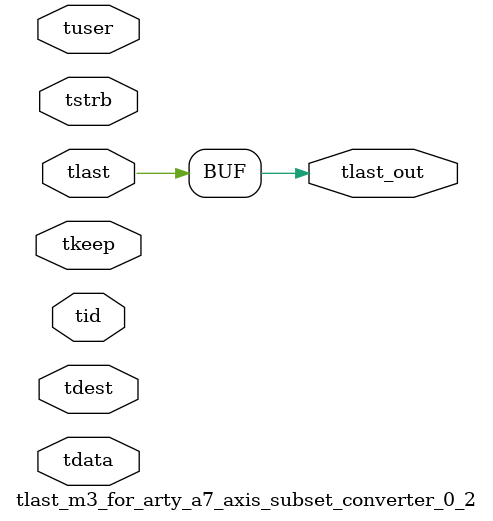
<source format=v>


`timescale 1ps/1ps

module tlast_m3_for_arty_a7_axis_subset_converter_0_2 #
(
parameter C_S_AXIS_TID_WIDTH   = 1,
parameter C_S_AXIS_TUSER_WIDTH = 0,
parameter C_S_AXIS_TDATA_WIDTH = 0,
parameter C_S_AXIS_TDEST_WIDTH = 0
)
(
input  [(C_S_AXIS_TID_WIDTH   == 0 ? 1 : C_S_AXIS_TID_WIDTH)-1:0       ] tid,
input  [(C_S_AXIS_TDATA_WIDTH == 0 ? 1 : C_S_AXIS_TDATA_WIDTH)-1:0     ] tdata,
input  [(C_S_AXIS_TUSER_WIDTH == 0 ? 1 : C_S_AXIS_TUSER_WIDTH)-1:0     ] tuser,
input  [(C_S_AXIS_TDEST_WIDTH == 0 ? 1 : C_S_AXIS_TDEST_WIDTH)-1:0     ] tdest,
input  [(C_S_AXIS_TDATA_WIDTH/8)-1:0 ] tkeep,
input  [(C_S_AXIS_TDATA_WIDTH/8)-1:0 ] tstrb,
input  [0:0]                                                             tlast,
output                                                                   tlast_out
);

assign tlast_out = {tlast};

endmodule


</source>
